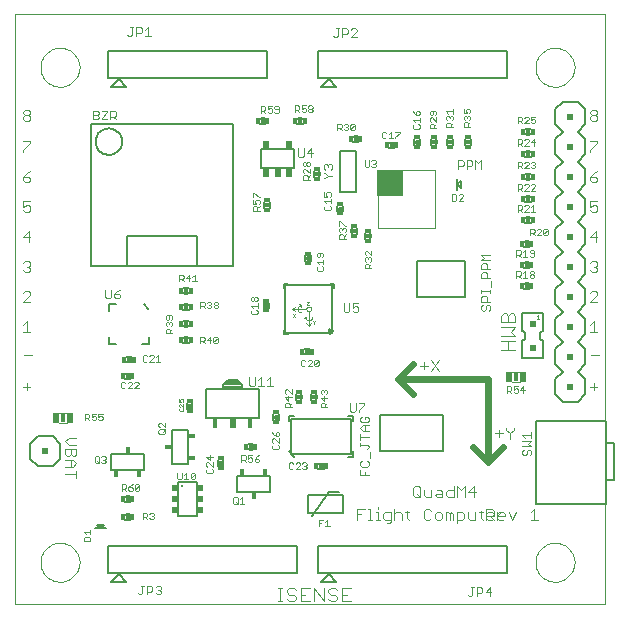
<source format=gto>
G75*
G70*
%OFA0B0*%
%FSLAX24Y24*%
%IPPOS*%
%LPD*%
%AMOC8*
5,1,8,0,0,1.08239X$1,22.5*
%
%ADD10C,0.0000*%
%ADD11C,0.0030*%
%ADD12C,0.0240*%
%ADD13C,0.0060*%
%ADD14R,0.0118X0.0236*%
%ADD15R,0.0160X0.0280*%
%ADD16C,0.0020*%
%ADD17C,0.0080*%
%ADD18R,0.0200X0.0200*%
%ADD19C,0.0050*%
%ADD20R,0.0236X0.0118*%
%ADD21R,0.0280X0.0160*%
%ADD22C,0.0160*%
%ADD23C,0.0118*%
%ADD24C,0.0040*%
%ADD25R,0.0886X0.0886*%
%ADD26R,0.0197X0.0197*%
%ADD27C,0.0010*%
%ADD28C,0.0039*%
%ADD29R,0.0197X0.0374*%
%ADD30R,0.0180X0.0300*%
%ADD31R,0.0180X0.0230*%
%ADD32R,0.0230X0.0180*%
%ADD33C,0.0079*%
%ADD34R,0.0236X0.0197*%
%ADD35C,0.0079*%
%ADD36R,0.0180X0.0330*%
%ADD37R,0.0220X0.0330*%
%ADD38R,0.0197X0.0256*%
D10*
X000550Y002890D02*
X000550Y022560D01*
X020220Y022560D01*
X020220Y002890D01*
X000550Y002890D01*
X001400Y004290D02*
X001402Y004340D01*
X001408Y004390D01*
X001418Y004440D01*
X001431Y004488D01*
X001448Y004536D01*
X001469Y004582D01*
X001493Y004626D01*
X001521Y004668D01*
X001552Y004708D01*
X001586Y004745D01*
X001623Y004780D01*
X001662Y004811D01*
X001703Y004840D01*
X001747Y004865D01*
X001793Y004887D01*
X001840Y004905D01*
X001888Y004919D01*
X001937Y004930D01*
X001987Y004937D01*
X002037Y004940D01*
X002088Y004939D01*
X002138Y004934D01*
X002188Y004925D01*
X002236Y004913D01*
X002284Y004896D01*
X002330Y004876D01*
X002375Y004853D01*
X002418Y004826D01*
X002458Y004796D01*
X002496Y004763D01*
X002531Y004727D01*
X002564Y004688D01*
X002593Y004647D01*
X002619Y004604D01*
X002642Y004559D01*
X002661Y004512D01*
X002676Y004464D01*
X002688Y004415D01*
X002696Y004365D01*
X002700Y004315D01*
X002700Y004265D01*
X002696Y004215D01*
X002688Y004165D01*
X002676Y004116D01*
X002661Y004068D01*
X002642Y004021D01*
X002619Y003976D01*
X002593Y003933D01*
X002564Y003892D01*
X002531Y003853D01*
X002496Y003817D01*
X002458Y003784D01*
X002418Y003754D01*
X002375Y003727D01*
X002330Y003704D01*
X002284Y003684D01*
X002236Y003667D01*
X002188Y003655D01*
X002138Y003646D01*
X002088Y003641D01*
X002037Y003640D01*
X001987Y003643D01*
X001937Y003650D01*
X001888Y003661D01*
X001840Y003675D01*
X001793Y003693D01*
X001747Y003715D01*
X001703Y003740D01*
X001662Y003769D01*
X001623Y003800D01*
X001586Y003835D01*
X001552Y003872D01*
X001521Y003912D01*
X001493Y003954D01*
X001469Y003998D01*
X001448Y004044D01*
X001431Y004092D01*
X001418Y004140D01*
X001408Y004190D01*
X001402Y004240D01*
X001400Y004290D01*
X001400Y020790D02*
X001402Y020840D01*
X001408Y020890D01*
X001418Y020940D01*
X001431Y020988D01*
X001448Y021036D01*
X001469Y021082D01*
X001493Y021126D01*
X001521Y021168D01*
X001552Y021208D01*
X001586Y021245D01*
X001623Y021280D01*
X001662Y021311D01*
X001703Y021340D01*
X001747Y021365D01*
X001793Y021387D01*
X001840Y021405D01*
X001888Y021419D01*
X001937Y021430D01*
X001987Y021437D01*
X002037Y021440D01*
X002088Y021439D01*
X002138Y021434D01*
X002188Y021425D01*
X002236Y021413D01*
X002284Y021396D01*
X002330Y021376D01*
X002375Y021353D01*
X002418Y021326D01*
X002458Y021296D01*
X002496Y021263D01*
X002531Y021227D01*
X002564Y021188D01*
X002593Y021147D01*
X002619Y021104D01*
X002642Y021059D01*
X002661Y021012D01*
X002676Y020964D01*
X002688Y020915D01*
X002696Y020865D01*
X002700Y020815D01*
X002700Y020765D01*
X002696Y020715D01*
X002688Y020665D01*
X002676Y020616D01*
X002661Y020568D01*
X002642Y020521D01*
X002619Y020476D01*
X002593Y020433D01*
X002564Y020392D01*
X002531Y020353D01*
X002496Y020317D01*
X002458Y020284D01*
X002418Y020254D01*
X002375Y020227D01*
X002330Y020204D01*
X002284Y020184D01*
X002236Y020167D01*
X002188Y020155D01*
X002138Y020146D01*
X002088Y020141D01*
X002037Y020140D01*
X001987Y020143D01*
X001937Y020150D01*
X001888Y020161D01*
X001840Y020175D01*
X001793Y020193D01*
X001747Y020215D01*
X001703Y020240D01*
X001662Y020269D01*
X001623Y020300D01*
X001586Y020335D01*
X001552Y020372D01*
X001521Y020412D01*
X001493Y020454D01*
X001469Y020498D01*
X001448Y020544D01*
X001431Y020592D01*
X001418Y020640D01*
X001408Y020690D01*
X001402Y020740D01*
X001400Y020790D01*
X017900Y020790D02*
X017902Y020840D01*
X017908Y020890D01*
X017918Y020940D01*
X017931Y020988D01*
X017948Y021036D01*
X017969Y021082D01*
X017993Y021126D01*
X018021Y021168D01*
X018052Y021208D01*
X018086Y021245D01*
X018123Y021280D01*
X018162Y021311D01*
X018203Y021340D01*
X018247Y021365D01*
X018293Y021387D01*
X018340Y021405D01*
X018388Y021419D01*
X018437Y021430D01*
X018487Y021437D01*
X018537Y021440D01*
X018588Y021439D01*
X018638Y021434D01*
X018688Y021425D01*
X018736Y021413D01*
X018784Y021396D01*
X018830Y021376D01*
X018875Y021353D01*
X018918Y021326D01*
X018958Y021296D01*
X018996Y021263D01*
X019031Y021227D01*
X019064Y021188D01*
X019093Y021147D01*
X019119Y021104D01*
X019142Y021059D01*
X019161Y021012D01*
X019176Y020964D01*
X019188Y020915D01*
X019196Y020865D01*
X019200Y020815D01*
X019200Y020765D01*
X019196Y020715D01*
X019188Y020665D01*
X019176Y020616D01*
X019161Y020568D01*
X019142Y020521D01*
X019119Y020476D01*
X019093Y020433D01*
X019064Y020392D01*
X019031Y020353D01*
X018996Y020317D01*
X018958Y020284D01*
X018918Y020254D01*
X018875Y020227D01*
X018830Y020204D01*
X018784Y020184D01*
X018736Y020167D01*
X018688Y020155D01*
X018638Y020146D01*
X018588Y020141D01*
X018537Y020140D01*
X018487Y020143D01*
X018437Y020150D01*
X018388Y020161D01*
X018340Y020175D01*
X018293Y020193D01*
X018247Y020215D01*
X018203Y020240D01*
X018162Y020269D01*
X018123Y020300D01*
X018086Y020335D01*
X018052Y020372D01*
X018021Y020412D01*
X017993Y020454D01*
X017969Y020498D01*
X017948Y020544D01*
X017931Y020592D01*
X017918Y020640D01*
X017908Y020690D01*
X017902Y020740D01*
X017900Y020790D01*
X017900Y004290D02*
X017902Y004340D01*
X017908Y004390D01*
X017918Y004440D01*
X017931Y004488D01*
X017948Y004536D01*
X017969Y004582D01*
X017993Y004626D01*
X018021Y004668D01*
X018052Y004708D01*
X018086Y004745D01*
X018123Y004780D01*
X018162Y004811D01*
X018203Y004840D01*
X018247Y004865D01*
X018293Y004887D01*
X018340Y004905D01*
X018388Y004919D01*
X018437Y004930D01*
X018487Y004937D01*
X018537Y004940D01*
X018588Y004939D01*
X018638Y004934D01*
X018688Y004925D01*
X018736Y004913D01*
X018784Y004896D01*
X018830Y004876D01*
X018875Y004853D01*
X018918Y004826D01*
X018958Y004796D01*
X018996Y004763D01*
X019031Y004727D01*
X019064Y004688D01*
X019093Y004647D01*
X019119Y004604D01*
X019142Y004559D01*
X019161Y004512D01*
X019176Y004464D01*
X019188Y004415D01*
X019196Y004365D01*
X019200Y004315D01*
X019200Y004265D01*
X019196Y004215D01*
X019188Y004165D01*
X019176Y004116D01*
X019161Y004068D01*
X019142Y004021D01*
X019119Y003976D01*
X019093Y003933D01*
X019064Y003892D01*
X019031Y003853D01*
X018996Y003817D01*
X018958Y003784D01*
X018918Y003754D01*
X018875Y003727D01*
X018830Y003704D01*
X018784Y003684D01*
X018736Y003667D01*
X018688Y003655D01*
X018638Y003646D01*
X018588Y003641D01*
X018537Y003640D01*
X018487Y003643D01*
X018437Y003650D01*
X018388Y003661D01*
X018340Y003675D01*
X018293Y003693D01*
X018247Y003715D01*
X018203Y003740D01*
X018162Y003769D01*
X018123Y003800D01*
X018086Y003835D01*
X018052Y003872D01*
X018021Y003912D01*
X017993Y003954D01*
X017969Y003998D01*
X017948Y004044D01*
X017931Y004092D01*
X017918Y004140D01*
X017908Y004190D01*
X017902Y004240D01*
X017900Y004290D01*
D11*
X016428Y003310D02*
X016234Y003310D01*
X016379Y003455D01*
X016379Y003165D01*
X016133Y003310D02*
X016085Y003262D01*
X015940Y003262D01*
X015940Y003165D02*
X015940Y003455D01*
X016085Y003455D01*
X016133Y003407D01*
X016133Y003310D01*
X015838Y003455D02*
X015742Y003455D01*
X015790Y003455D02*
X015790Y003213D01*
X015742Y003165D01*
X015693Y003165D01*
X015645Y003213D01*
X015280Y005582D02*
X015280Y005952D01*
X015465Y005952D01*
X015527Y005890D01*
X015527Y005767D01*
X015465Y005705D01*
X015280Y005705D01*
X015158Y005705D02*
X015158Y005890D01*
X015097Y005952D01*
X015035Y005890D01*
X015035Y005705D01*
X014912Y005705D02*
X014912Y005952D01*
X014973Y005952D01*
X015035Y005890D01*
X014790Y005890D02*
X014728Y005952D01*
X014605Y005952D01*
X014543Y005890D01*
X014543Y005767D01*
X014605Y005705D01*
X014728Y005705D01*
X014790Y005767D01*
X014790Y005890D01*
X014422Y005767D02*
X014360Y005705D01*
X014237Y005705D01*
X014175Y005767D01*
X014175Y006014D01*
X014237Y006075D01*
X014360Y006075D01*
X014422Y006014D01*
X014430Y006455D02*
X014245Y006455D01*
X014183Y006517D01*
X014183Y006702D01*
X014062Y006764D02*
X014062Y006517D01*
X014000Y006455D01*
X013877Y006455D01*
X013815Y006517D01*
X013815Y006764D01*
X013877Y006825D01*
X014000Y006825D01*
X014062Y006764D01*
X013938Y006578D02*
X014062Y006455D01*
X014430Y006455D02*
X014430Y006702D01*
X014613Y006702D02*
X014737Y006702D01*
X014799Y006640D01*
X014799Y006455D01*
X014613Y006455D01*
X014552Y006517D01*
X014613Y006578D01*
X014799Y006578D01*
X014920Y006517D02*
X014920Y006640D01*
X014982Y006702D01*
X015167Y006702D01*
X015167Y006825D02*
X015167Y006455D01*
X014982Y006455D01*
X014920Y006517D01*
X015288Y006455D02*
X015288Y006825D01*
X015412Y006702D01*
X015535Y006825D01*
X015535Y006455D01*
X015657Y006640D02*
X015903Y006640D01*
X015842Y006455D02*
X015842Y006825D01*
X015657Y006640D01*
X015648Y005952D02*
X015648Y005767D01*
X015710Y005705D01*
X015895Y005705D01*
X015895Y005952D01*
X016016Y005952D02*
X016140Y005952D01*
X016078Y006014D02*
X016078Y005767D01*
X016140Y005705D01*
X016265Y005705D02*
X016265Y006075D01*
X016450Y006075D01*
X016512Y006014D01*
X016512Y005890D01*
X016450Y005828D01*
X016265Y005828D01*
X016262Y005828D02*
X016509Y005828D01*
X016509Y005890D01*
X016447Y005952D01*
X016324Y005952D01*
X016262Y005890D01*
X016262Y005767D01*
X016324Y005705D01*
X016447Y005705D01*
X016512Y005705D02*
X016388Y005828D01*
X016630Y005828D02*
X016754Y005952D01*
X016815Y005952D01*
X016818Y005952D02*
X016880Y005890D01*
X016880Y005828D01*
X016633Y005828D01*
X016633Y005767D02*
X016633Y005890D01*
X016695Y005952D01*
X016818Y005952D01*
X017002Y005952D02*
X017125Y005705D01*
X017249Y005952D01*
X017738Y005952D02*
X017862Y006075D01*
X017862Y005705D01*
X017985Y005705D02*
X017738Y005705D01*
X016818Y005705D02*
X016695Y005705D01*
X016633Y005767D01*
X016630Y005705D02*
X016630Y005952D01*
X017513Y007855D02*
X017562Y007855D01*
X017610Y007903D01*
X017610Y008000D01*
X017658Y008048D01*
X017707Y008048D01*
X017755Y008000D01*
X017755Y007903D01*
X017707Y007855D01*
X017513Y007855D02*
X017465Y007903D01*
X017465Y008000D01*
X017513Y008048D01*
X017465Y008150D02*
X017755Y008150D01*
X017658Y008246D01*
X017755Y008343D01*
X017465Y008343D01*
X017562Y008444D02*
X017465Y008541D01*
X017755Y008541D01*
X017755Y008444D02*
X017755Y008638D01*
X017180Y008714D02*
X017180Y008775D01*
X017180Y008714D02*
X017057Y008590D01*
X017057Y008405D01*
X017057Y008590D02*
X016933Y008714D01*
X016933Y008775D01*
X016812Y008590D02*
X016565Y008590D01*
X016688Y008467D02*
X016688Y008714D01*
X014680Y010655D02*
X014433Y011025D01*
X014312Y010840D02*
X014065Y010840D01*
X014188Y010717D02*
X014188Y010964D01*
X014433Y010655D02*
X014680Y011025D01*
X016143Y012681D02*
X016192Y012681D01*
X016240Y012729D01*
X016240Y012826D01*
X016288Y012874D01*
X016337Y012874D01*
X016385Y012826D01*
X016385Y012729D01*
X016337Y012681D01*
X016143Y012681D02*
X016095Y012729D01*
X016095Y012826D01*
X016143Y012874D01*
X016095Y012975D02*
X016095Y013120D01*
X016143Y013169D01*
X016240Y013169D01*
X016288Y013120D01*
X016288Y012975D01*
X016385Y012975D02*
X016095Y012975D01*
X016095Y013270D02*
X016095Y013367D01*
X016095Y013318D02*
X016385Y013318D01*
X016385Y013270D02*
X016385Y013367D01*
X016433Y013466D02*
X016433Y013660D01*
X016385Y013761D02*
X016095Y013761D01*
X016095Y013906D01*
X016143Y013955D01*
X016240Y013955D01*
X016288Y013906D01*
X016288Y013761D01*
X016288Y014056D02*
X016288Y014201D01*
X016240Y014249D01*
X016143Y014249D01*
X016095Y014201D01*
X016095Y014056D01*
X016385Y014056D01*
X016385Y014350D02*
X016095Y014350D01*
X016192Y014447D01*
X016095Y014544D01*
X016385Y014544D01*
X016091Y017391D02*
X016091Y017682D01*
X015994Y017585D01*
X015897Y017682D01*
X015897Y017391D01*
X015796Y017537D02*
X015748Y017488D01*
X015603Y017488D01*
X015603Y017391D02*
X015603Y017682D01*
X015748Y017682D01*
X015796Y017633D01*
X015796Y017537D01*
X015502Y017537D02*
X015453Y017488D01*
X015308Y017488D01*
X015308Y017391D02*
X015308Y017682D01*
X015453Y017682D01*
X015502Y017633D01*
X015502Y017537D01*
X019715Y017140D02*
X019900Y017140D01*
X019962Y017078D01*
X019962Y017017D01*
X019900Y016955D01*
X019777Y016955D01*
X019715Y017017D01*
X019715Y017140D01*
X019838Y017264D01*
X019962Y017325D01*
X019715Y017955D02*
X019715Y018017D01*
X019962Y018264D01*
X019962Y018325D01*
X019715Y018325D01*
X019777Y019005D02*
X019715Y019067D01*
X019715Y019128D01*
X019777Y019190D01*
X019900Y019190D01*
X019962Y019128D01*
X019962Y019067D01*
X019900Y019005D01*
X019777Y019005D01*
X019777Y019190D02*
X019715Y019252D01*
X019715Y019314D01*
X019777Y019375D01*
X019900Y019375D01*
X019962Y019314D01*
X019962Y019252D01*
X019900Y019190D01*
X019962Y016325D02*
X019715Y016325D01*
X019715Y016140D01*
X019838Y016202D01*
X019900Y016202D01*
X019962Y016140D01*
X019962Y016017D01*
X019900Y015955D01*
X019777Y015955D01*
X019715Y016017D01*
X019900Y015325D02*
X019715Y015140D01*
X019962Y015140D01*
X019900Y014955D02*
X019900Y015325D01*
X019900Y014325D02*
X019962Y014264D01*
X019962Y014202D01*
X019900Y014140D01*
X019962Y014078D01*
X019962Y014017D01*
X019900Y013955D01*
X019777Y013955D01*
X019715Y014017D01*
X019838Y014140D02*
X019900Y014140D01*
X019900Y014325D02*
X019777Y014325D01*
X019715Y014264D01*
X019777Y013325D02*
X019715Y013264D01*
X019777Y013325D02*
X019900Y013325D01*
X019962Y013264D01*
X019962Y013202D01*
X019715Y012955D01*
X019962Y012955D01*
X019838Y012325D02*
X019838Y011955D01*
X019715Y011955D02*
X019962Y011955D01*
X019715Y012202D02*
X019838Y012325D01*
X019765Y011190D02*
X020012Y011190D01*
X019838Y010264D02*
X019838Y010017D01*
X019715Y010140D02*
X019962Y010140D01*
X013684Y005952D02*
X013561Y005952D01*
X013623Y006014D02*
X013623Y005767D01*
X013684Y005705D01*
X013440Y005705D02*
X013440Y005890D01*
X013378Y005952D01*
X013254Y005952D01*
X013193Y005890D01*
X013071Y005952D02*
X013071Y005643D01*
X013010Y005582D01*
X012948Y005582D01*
X012886Y005705D02*
X012824Y005767D01*
X012824Y005890D01*
X012886Y005952D01*
X013071Y005952D01*
X013193Y006075D02*
X013193Y005705D01*
X013071Y005705D02*
X012886Y005705D01*
X012702Y005705D02*
X012579Y005705D01*
X012641Y005705D02*
X012641Y005952D01*
X012579Y005952D01*
X012641Y006075D02*
X012641Y006137D01*
X012395Y006075D02*
X012395Y005705D01*
X012333Y005705D02*
X012457Y005705D01*
X012395Y006075D02*
X012333Y006075D01*
X012212Y006075D02*
X011965Y006075D01*
X011965Y005705D01*
X011965Y005890D02*
X012088Y005890D01*
X012055Y007185D02*
X012055Y007378D01*
X012103Y007480D02*
X012297Y007480D01*
X012345Y007528D01*
X012345Y007625D01*
X012297Y007673D01*
X012393Y007774D02*
X012393Y007968D01*
X012297Y008069D02*
X012345Y008117D01*
X012345Y008166D01*
X012297Y008214D01*
X012055Y008214D01*
X012055Y008166D02*
X012055Y008262D01*
X012055Y008364D02*
X012055Y008557D01*
X012055Y008460D02*
X012345Y008460D01*
X012345Y008658D02*
X012152Y008658D01*
X012055Y008755D01*
X012152Y008852D01*
X012345Y008852D01*
X012297Y008953D02*
X012345Y009001D01*
X012345Y009098D01*
X012297Y009146D01*
X012200Y009146D01*
X012200Y009050D01*
X012103Y009146D02*
X012055Y009098D01*
X012055Y009001D01*
X012103Y008953D01*
X012297Y008953D01*
X012200Y008852D02*
X012200Y008658D01*
X012002Y009306D02*
X012002Y009354D01*
X012196Y009548D01*
X012196Y009596D01*
X012002Y009596D01*
X011901Y009596D02*
X011901Y009354D01*
X011853Y009306D01*
X011756Y009306D01*
X011708Y009354D01*
X011708Y009596D01*
X012103Y007673D02*
X012055Y007625D01*
X012055Y007528D01*
X012103Y007480D01*
X012200Y007282D02*
X012200Y007185D01*
X012345Y007185D02*
X012055Y007185D01*
X009148Y010165D02*
X008954Y010165D01*
X009051Y010165D02*
X009051Y010455D01*
X008954Y010358D01*
X008853Y010165D02*
X008660Y010165D01*
X008756Y010165D02*
X008756Y010455D01*
X008660Y010358D01*
X008558Y010455D02*
X008558Y010213D01*
X008510Y010165D01*
X008413Y010165D01*
X008365Y010213D01*
X008365Y010455D01*
X011505Y012673D02*
X011553Y012625D01*
X011650Y012625D01*
X011698Y012673D01*
X011698Y012915D01*
X011800Y012915D02*
X011800Y012770D01*
X011896Y012818D01*
X011945Y012818D01*
X011993Y012770D01*
X011993Y012673D01*
X011945Y012625D01*
X011848Y012625D01*
X011800Y012673D01*
X011800Y012915D02*
X011993Y012915D01*
X011505Y012915D02*
X011505Y012673D01*
X010883Y017083D02*
X010834Y017083D01*
X010883Y017083D02*
X010979Y017180D01*
X011124Y017180D01*
X010979Y017180D02*
X010883Y017276D01*
X010834Y017276D01*
X010883Y017378D02*
X010834Y017426D01*
X010834Y017523D01*
X010883Y017571D01*
X010931Y017571D01*
X010979Y017523D01*
X011028Y017571D01*
X011076Y017571D01*
X011124Y017523D01*
X011124Y017426D01*
X011076Y017378D01*
X010979Y017474D02*
X010979Y017523D01*
X010473Y017940D02*
X010280Y017940D01*
X010425Y018085D01*
X010425Y017795D01*
X010178Y017843D02*
X010178Y018085D01*
X009985Y018085D02*
X009985Y017843D01*
X010033Y017795D01*
X010130Y017795D01*
X010178Y017843D01*
X011203Y021795D02*
X011252Y021795D01*
X011300Y021843D01*
X011300Y022085D01*
X011252Y022085D02*
X011348Y022085D01*
X011450Y022085D02*
X011595Y022085D01*
X011643Y022037D01*
X011643Y021940D01*
X011595Y021892D01*
X011450Y021892D01*
X011450Y021795D02*
X011450Y022085D01*
X011744Y022037D02*
X011793Y022085D01*
X011889Y022085D01*
X011938Y022037D01*
X011938Y021988D01*
X011744Y021795D01*
X011938Y021795D01*
X011203Y021795D02*
X011155Y021843D01*
X005078Y021825D02*
X004884Y021825D01*
X004981Y021825D02*
X004981Y022115D01*
X004884Y022018D01*
X004783Y021970D02*
X004735Y021922D01*
X004590Y021922D01*
X004590Y021825D02*
X004590Y022115D01*
X004735Y022115D01*
X004783Y022067D01*
X004783Y021970D01*
X004488Y022115D02*
X004392Y022115D01*
X004440Y022115D02*
X004440Y021873D01*
X004392Y021825D01*
X004343Y021825D01*
X004295Y021873D01*
X003875Y019342D02*
X003730Y019342D01*
X003730Y019051D01*
X003730Y019148D02*
X003875Y019148D01*
X003923Y019197D01*
X003923Y019293D01*
X003875Y019342D01*
X003826Y019148D02*
X003923Y019051D01*
X003628Y019051D02*
X003435Y019051D01*
X003435Y019100D01*
X003628Y019293D01*
X003628Y019342D01*
X003435Y019342D01*
X003334Y019293D02*
X003334Y019245D01*
X003285Y019197D01*
X003140Y019197D01*
X003140Y019342D02*
X003140Y019051D01*
X003285Y019051D01*
X003334Y019100D01*
X003334Y019148D01*
X003285Y019197D01*
X003334Y019293D02*
X003285Y019342D01*
X003140Y019342D01*
X001062Y019314D02*
X001062Y019252D01*
X001000Y019190D01*
X000877Y019190D01*
X000815Y019252D01*
X000815Y019314D01*
X000877Y019375D01*
X001000Y019375D01*
X001062Y019314D01*
X001000Y019190D02*
X001062Y019128D01*
X001062Y019067D01*
X001000Y019005D01*
X000877Y019005D01*
X000815Y019067D01*
X000815Y019128D01*
X000877Y019190D01*
X000815Y018325D02*
X001062Y018325D01*
X001062Y018264D01*
X000815Y018017D01*
X000815Y017955D01*
X001062Y017325D02*
X000938Y017264D01*
X000815Y017140D01*
X001000Y017140D01*
X001062Y017078D01*
X001062Y017017D01*
X001000Y016955D01*
X000877Y016955D01*
X000815Y017017D01*
X000815Y017140D01*
X000815Y016325D02*
X000815Y016140D01*
X000938Y016202D01*
X001000Y016202D01*
X001062Y016140D01*
X001062Y016017D01*
X001000Y015955D01*
X000877Y015955D01*
X000815Y016017D01*
X000815Y016325D02*
X001062Y016325D01*
X001000Y015325D02*
X000815Y015140D01*
X001062Y015140D01*
X001000Y014955D02*
X001000Y015325D01*
X001000Y014325D02*
X000877Y014325D01*
X000815Y014264D01*
X000938Y014140D02*
X001000Y014140D01*
X001062Y014078D01*
X001062Y014017D01*
X001000Y013955D01*
X000877Y013955D01*
X000815Y014017D01*
X001000Y014140D02*
X001062Y014202D01*
X001062Y014264D01*
X001000Y014325D01*
X001000Y013325D02*
X000877Y013325D01*
X000815Y013264D01*
X001000Y013325D02*
X001062Y013264D01*
X001062Y013202D01*
X000815Y012955D01*
X001062Y012955D01*
X000938Y012325D02*
X000938Y011955D01*
X000815Y011955D02*
X001062Y011955D01*
X000815Y012202D02*
X000938Y012325D01*
X000865Y011190D02*
X001112Y011190D01*
X000938Y010264D02*
X000938Y010017D01*
X000815Y010140D02*
X001062Y010140D01*
X002348Y008445D02*
X002225Y008322D01*
X002348Y008198D01*
X002595Y008198D01*
X002595Y008077D02*
X002225Y008077D01*
X002225Y007892D01*
X002287Y007830D01*
X002348Y007830D01*
X002410Y007892D01*
X002410Y008077D01*
X002595Y008077D02*
X002595Y007892D01*
X002534Y007830D01*
X002472Y007830D01*
X002410Y007892D01*
X002410Y007708D02*
X002410Y007461D01*
X002472Y007461D02*
X002225Y007461D01*
X002225Y007217D02*
X002595Y007217D01*
X002595Y007340D02*
X002595Y007093D01*
X002472Y007461D02*
X002595Y007585D01*
X002472Y007708D01*
X002225Y007708D01*
X002348Y008445D02*
X002595Y008445D01*
X003613Y013085D02*
X003710Y013085D01*
X003758Y013133D01*
X003758Y013375D01*
X003860Y013230D02*
X004005Y013230D01*
X004053Y013182D01*
X004053Y013133D01*
X004005Y013085D01*
X003908Y013085D01*
X003860Y013133D01*
X003860Y013230D01*
X003956Y013327D01*
X004053Y013375D01*
X003565Y013375D02*
X003565Y013133D01*
X003613Y013085D01*
X004742Y003505D02*
X004838Y003505D01*
X004790Y003505D02*
X004790Y003263D01*
X004742Y003215D01*
X004693Y003215D01*
X004645Y003263D01*
X004940Y003215D02*
X004940Y003505D01*
X005085Y003505D01*
X005133Y003457D01*
X005133Y003360D01*
X005085Y003312D01*
X004940Y003312D01*
X005234Y003263D02*
X005283Y003215D01*
X005379Y003215D01*
X005428Y003263D01*
X005428Y003312D01*
X005379Y003360D01*
X005331Y003360D01*
X005379Y003360D02*
X005428Y003408D01*
X005428Y003457D01*
X005379Y003505D01*
X005283Y003505D01*
X005234Y003457D01*
D12*
X013300Y010390D02*
X013800Y009890D01*
X013300Y010390D02*
X013800Y010890D01*
X013300Y010390D02*
X016300Y010390D01*
X016300Y007640D01*
X016800Y008140D01*
X016300Y007640D02*
X015800Y008140D01*
D13*
X010846Y007578D02*
X010654Y007578D01*
X010654Y007402D02*
X010846Y007402D01*
X009338Y009044D02*
X009338Y009236D01*
X009162Y009236D02*
X009162Y009044D01*
X009912Y009694D02*
X009912Y009886D01*
X010088Y009886D02*
X010088Y009694D01*
X010412Y009694D02*
X010412Y009886D01*
X010588Y009886D02*
X010588Y009694D01*
X010386Y011227D02*
X010194Y011227D01*
X010194Y011403D02*
X010386Y011403D01*
X009018Y012754D02*
X009018Y012946D01*
X008842Y012946D02*
X008842Y012754D01*
X010232Y014324D02*
X010232Y014516D01*
X010408Y014516D02*
X010408Y014324D01*
X011772Y015234D02*
X011772Y015426D01*
X011948Y015426D02*
X011948Y015234D01*
X012212Y015266D02*
X012212Y015074D01*
X012388Y015074D02*
X012388Y015266D01*
X011468Y015984D02*
X011468Y016176D01*
X011292Y016176D02*
X011292Y015984D01*
X010688Y017144D02*
X010688Y017336D01*
X010512Y017336D02*
X010512Y017144D01*
X009851Y017425D02*
X009851Y018055D01*
X008749Y018055D01*
X008749Y017425D01*
X009851Y017425D01*
X009038Y016286D02*
X009038Y016094D01*
X008862Y016094D02*
X008862Y016286D01*
X008896Y018902D02*
X008704Y018902D01*
X008704Y019078D02*
X008896Y019078D01*
X009954Y019078D02*
X010146Y019078D01*
X010146Y018902D02*
X009954Y018902D01*
X011804Y018478D02*
X011996Y018478D01*
X011996Y018302D02*
X011804Y018302D01*
X013004Y018278D02*
X013196Y018278D01*
X013196Y018102D02*
X013004Y018102D01*
X013862Y018194D02*
X013862Y018386D01*
X014038Y018386D02*
X014038Y018194D01*
X014412Y018194D02*
X014412Y018386D01*
X014588Y018386D02*
X014588Y018194D01*
X014962Y018194D02*
X014962Y018386D01*
X015138Y018386D02*
X015138Y018194D01*
X015562Y018194D02*
X015562Y018386D01*
X015738Y018386D02*
X015738Y018194D01*
X017554Y017978D02*
X017746Y017978D01*
X017746Y017802D02*
X017554Y017802D01*
X017554Y017228D02*
X017746Y017228D01*
X017746Y017052D02*
X017554Y017052D01*
X017554Y016478D02*
X017746Y016478D01*
X017746Y016302D02*
X017554Y016302D01*
X017554Y015778D02*
X017746Y015778D01*
X017746Y015602D02*
X017554Y015602D01*
X017504Y014978D02*
X017696Y014978D01*
X017696Y014802D02*
X017504Y014802D01*
X017504Y014278D02*
X017696Y014278D01*
X017696Y014102D02*
X017504Y014102D01*
X017504Y013578D02*
X017696Y013578D01*
X017696Y013402D02*
X017504Y013402D01*
X017554Y018552D02*
X017746Y018552D01*
X017746Y018728D02*
X017554Y018728D01*
X008496Y008228D02*
X008304Y008228D01*
X008304Y008052D02*
X008496Y008052D01*
X007940Y007150D02*
X009060Y007150D01*
X009060Y006630D01*
X007940Y006630D01*
X007940Y007150D01*
X007488Y007494D02*
X007488Y007686D01*
X007312Y007686D02*
X007312Y007494D01*
X006607Y006950D02*
X006607Y005830D01*
X005993Y005830D01*
X005993Y006950D01*
X006607Y006950D01*
X006310Y007580D02*
X005790Y007580D01*
X005790Y008700D01*
X006310Y008700D01*
X006310Y007580D01*
X004860Y007380D02*
X003740Y007380D01*
X003740Y007900D01*
X004860Y007900D01*
X004860Y007380D01*
X004396Y006478D02*
X004204Y006478D01*
X004204Y006302D02*
X004396Y006302D01*
X004396Y005878D02*
X004204Y005878D01*
X004204Y005702D02*
X004396Y005702D01*
X006282Y009394D02*
X006282Y009586D01*
X006458Y009586D02*
X006458Y009394D01*
X004446Y010952D02*
X004254Y010952D01*
X004254Y011128D02*
X004446Y011128D01*
X004396Y010578D02*
X004204Y010578D01*
X004204Y010402D02*
X004396Y010402D01*
X006154Y011602D02*
X006346Y011602D01*
X006346Y011778D02*
X006154Y011778D01*
X006154Y012152D02*
X006346Y012152D01*
X006346Y012328D02*
X006154Y012328D01*
X006154Y012702D02*
X006346Y012702D01*
X006346Y012878D02*
X006154Y012878D01*
X006154Y013252D02*
X006346Y013252D01*
X006346Y013428D02*
X006154Y013428D01*
D14*
X006091Y013338D03*
X006411Y013338D03*
X006411Y012788D03*
X006091Y012788D03*
X006091Y012238D03*
X006411Y012238D03*
X006411Y011688D03*
X006091Y011688D03*
X004509Y011042D03*
X004189Y011042D03*
X004141Y010488D03*
X004461Y010488D03*
X008239Y008142D03*
X008559Y008142D03*
X010591Y007488D03*
X010911Y007488D03*
X010451Y011313D03*
X010131Y011313D03*
X004461Y006388D03*
X004141Y006388D03*
X004139Y005792D03*
X004459Y005792D03*
X012941Y018188D03*
X013261Y018188D03*
X012061Y018388D03*
X011741Y018388D03*
X010211Y018988D03*
X009891Y018988D03*
X008961Y018988D03*
X008641Y018988D03*
X017491Y018638D03*
X017811Y018638D03*
X017811Y017888D03*
X017491Y017888D03*
X017491Y017138D03*
X017811Y017138D03*
X017811Y016388D03*
X017491Y016388D03*
X017491Y015688D03*
X017811Y015688D03*
X017761Y014888D03*
X017441Y014888D03*
X017441Y014188D03*
X017761Y014188D03*
X017761Y013488D03*
X017441Y013488D03*
D15*
X017600Y013490D03*
X017600Y014190D03*
X017600Y014890D03*
X017650Y015690D03*
X017650Y016390D03*
X017650Y017140D03*
X017650Y017890D03*
X017650Y018640D03*
X011900Y018390D03*
X010050Y018990D03*
X008800Y018990D03*
X006250Y013340D03*
X006250Y012790D03*
X006250Y012240D03*
X006250Y011690D03*
X008400Y008140D03*
X004300Y006390D03*
X004300Y005790D03*
D16*
X004810Y005798D02*
X004920Y005798D01*
X004957Y005835D01*
X004957Y005908D01*
X004920Y005945D01*
X004810Y005945D01*
X004810Y005725D01*
X004883Y005798D02*
X004957Y005725D01*
X005031Y005762D02*
X005068Y005725D01*
X005141Y005725D01*
X005178Y005762D01*
X005178Y005798D01*
X005141Y005835D01*
X005104Y005835D01*
X005141Y005835D02*
X005178Y005872D01*
X005178Y005908D01*
X005141Y005945D01*
X005068Y005945D01*
X005031Y005908D01*
X004662Y006675D02*
X004589Y006675D01*
X004552Y006712D01*
X004699Y006858D01*
X004699Y006712D01*
X004662Y006675D01*
X004552Y006712D02*
X004552Y006858D01*
X004589Y006895D01*
X004662Y006895D01*
X004699Y006858D01*
X004478Y006895D02*
X004404Y006858D01*
X004331Y006785D01*
X004441Y006785D01*
X004478Y006748D01*
X004478Y006712D01*
X004441Y006675D01*
X004368Y006675D01*
X004331Y006712D01*
X004331Y006785D01*
X004257Y006785D02*
X004220Y006748D01*
X004110Y006748D01*
X004110Y006675D02*
X004110Y006895D01*
X004220Y006895D01*
X004257Y006858D01*
X004257Y006785D01*
X004183Y006748D02*
X004257Y006675D01*
X003531Y007600D02*
X003458Y007600D01*
X003421Y007637D01*
X003347Y007637D02*
X003310Y007600D01*
X003237Y007600D01*
X003200Y007637D01*
X003200Y007783D01*
X003237Y007820D01*
X003310Y007820D01*
X003347Y007783D01*
X003347Y007637D01*
X003347Y007600D02*
X003273Y007673D01*
X003421Y007783D02*
X003458Y007820D01*
X003531Y007820D01*
X003568Y007783D01*
X003568Y007747D01*
X003531Y007710D01*
X003568Y007673D01*
X003568Y007637D01*
X003531Y007600D01*
X003531Y007710D02*
X003494Y007710D01*
X003432Y009020D02*
X003359Y009020D01*
X003322Y009057D01*
X003322Y009130D02*
X003395Y009167D01*
X003432Y009167D01*
X003469Y009130D01*
X003469Y009057D01*
X003432Y009020D01*
X003322Y009130D02*
X003322Y009240D01*
X003469Y009240D01*
X003248Y009240D02*
X003101Y009240D01*
X003101Y009130D01*
X003174Y009167D01*
X003211Y009167D01*
X003248Y009130D01*
X003248Y009057D01*
X003211Y009020D01*
X003138Y009020D01*
X003101Y009057D01*
X003027Y009020D02*
X002953Y009093D01*
X002990Y009093D02*
X002880Y009093D01*
X002880Y009020D02*
X002880Y009240D01*
X002990Y009240D01*
X003027Y009203D01*
X003027Y009130D01*
X002990Y009093D01*
X004080Y010122D02*
X004080Y010268D01*
X004117Y010305D01*
X004190Y010305D01*
X004227Y010268D01*
X004301Y010268D02*
X004338Y010305D01*
X004411Y010305D01*
X004448Y010268D01*
X004448Y010232D01*
X004301Y010085D01*
X004448Y010085D01*
X004522Y010085D02*
X004669Y010232D01*
X004669Y010268D01*
X004632Y010305D01*
X004559Y010305D01*
X004522Y010268D01*
X004522Y010085D02*
X004669Y010085D01*
X004227Y010122D02*
X004190Y010085D01*
X004117Y010085D01*
X004080Y010122D01*
X004847Y010975D02*
X004920Y010975D01*
X004957Y011012D01*
X005031Y010975D02*
X005178Y011122D01*
X005178Y011158D01*
X005141Y011195D01*
X005068Y011195D01*
X005031Y011158D01*
X004957Y011158D02*
X004920Y011195D01*
X004847Y011195D01*
X004810Y011158D01*
X004810Y011012D01*
X004847Y010975D01*
X005031Y010975D02*
X005178Y010975D01*
X005252Y010975D02*
X005399Y010975D01*
X005325Y010975D02*
X005325Y011195D01*
X005252Y011122D01*
X005575Y011930D02*
X005575Y012040D01*
X005612Y012077D01*
X005685Y012077D01*
X005722Y012040D01*
X005722Y011930D01*
X005795Y011930D02*
X005575Y011930D01*
X005722Y012003D02*
X005795Y012077D01*
X005758Y012151D02*
X005795Y012188D01*
X005795Y012261D01*
X005758Y012298D01*
X005722Y012298D01*
X005685Y012261D01*
X005685Y012224D01*
X005685Y012261D02*
X005648Y012298D01*
X005612Y012298D01*
X005575Y012261D01*
X005575Y012188D01*
X005612Y012151D01*
X005612Y012372D02*
X005648Y012372D01*
X005685Y012409D01*
X005685Y012519D01*
X005758Y012519D02*
X005612Y012519D01*
X005575Y012482D01*
X005575Y012409D01*
X005612Y012372D01*
X005758Y012372D02*
X005795Y012409D01*
X005795Y012482D01*
X005758Y012519D01*
X006730Y012755D02*
X006730Y012975D01*
X006840Y012975D01*
X006877Y012938D01*
X006877Y012865D01*
X006840Y012828D01*
X006730Y012828D01*
X006803Y012828D02*
X006877Y012755D01*
X006951Y012792D02*
X006988Y012755D01*
X007061Y012755D01*
X007098Y012792D01*
X007098Y012828D01*
X007061Y012865D01*
X007024Y012865D01*
X007061Y012865D02*
X007098Y012902D01*
X007098Y012938D01*
X007061Y012975D01*
X006988Y012975D01*
X006951Y012938D01*
X007172Y012938D02*
X007172Y012902D01*
X007209Y012865D01*
X007282Y012865D01*
X007319Y012828D01*
X007319Y012792D01*
X007282Y012755D01*
X007209Y012755D01*
X007172Y012792D01*
X007172Y012828D01*
X007209Y012865D01*
X007282Y012865D02*
X007319Y012902D01*
X007319Y012938D01*
X007282Y012975D01*
X007209Y012975D01*
X007172Y012938D01*
X006609Y013655D02*
X006462Y013655D01*
X006535Y013655D02*
X006535Y013875D01*
X006462Y013802D01*
X006388Y013765D02*
X006241Y013765D01*
X006351Y013875D01*
X006351Y013655D01*
X006167Y013655D02*
X006093Y013728D01*
X006130Y013728D02*
X006020Y013728D01*
X006020Y013655D02*
X006020Y013875D01*
X006130Y013875D01*
X006167Y013838D01*
X006167Y013765D01*
X006130Y013728D01*
X006720Y011805D02*
X006830Y011805D01*
X006867Y011768D01*
X006867Y011695D01*
X006830Y011658D01*
X006720Y011658D01*
X006720Y011585D02*
X006720Y011805D01*
X006793Y011658D02*
X006867Y011585D01*
X006941Y011695D02*
X007051Y011805D01*
X007051Y011585D01*
X007088Y011695D02*
X006941Y011695D01*
X007162Y011622D02*
X007309Y011768D01*
X007309Y011622D01*
X007272Y011585D01*
X007199Y011585D01*
X007162Y011622D01*
X007162Y011768D01*
X007199Y011805D01*
X007272Y011805D01*
X007309Y011768D01*
X008415Y012587D02*
X008452Y012550D01*
X008598Y012550D01*
X008635Y012587D01*
X008635Y012660D01*
X008598Y012697D01*
X008635Y012771D02*
X008635Y012918D01*
X008635Y012844D02*
X008415Y012844D01*
X008488Y012771D01*
X008452Y012697D02*
X008415Y012660D01*
X008415Y012587D01*
X008452Y012992D02*
X008415Y013029D01*
X008415Y013102D01*
X008452Y013139D01*
X008488Y013139D01*
X008525Y013102D01*
X008525Y013029D01*
X008488Y012992D01*
X008452Y012992D01*
X008525Y013029D02*
X008562Y012992D01*
X008598Y012992D01*
X008635Y013029D01*
X008635Y013102D01*
X008598Y013139D01*
X008562Y013139D01*
X008525Y013102D01*
X010605Y014044D02*
X010642Y014007D01*
X010788Y014007D01*
X010825Y014044D01*
X010825Y014117D01*
X010788Y014154D01*
X010825Y014228D02*
X010825Y014375D01*
X010825Y014301D02*
X010605Y014301D01*
X010678Y014228D01*
X010642Y014154D02*
X010605Y014117D01*
X010605Y014044D01*
X010642Y014449D02*
X010678Y014449D01*
X010715Y014486D01*
X010715Y014596D01*
X010788Y014596D02*
X010642Y014596D01*
X010605Y014559D01*
X010605Y014486D01*
X010642Y014449D01*
X010788Y014449D02*
X010825Y014486D01*
X010825Y014559D01*
X010788Y014596D01*
X011355Y015070D02*
X011355Y015180D01*
X011392Y015217D01*
X011465Y015217D01*
X011502Y015180D01*
X011502Y015070D01*
X011575Y015070D02*
X011355Y015070D01*
X011502Y015143D02*
X011575Y015217D01*
X011538Y015291D02*
X011575Y015328D01*
X011575Y015401D01*
X011538Y015438D01*
X011502Y015438D01*
X011465Y015401D01*
X011465Y015364D01*
X011465Y015401D02*
X011428Y015438D01*
X011392Y015438D01*
X011355Y015401D01*
X011355Y015328D01*
X011392Y015291D01*
X011355Y015512D02*
X011355Y015659D01*
X011392Y015659D01*
X011538Y015512D01*
X011575Y015512D01*
X011038Y016030D02*
X011075Y016067D01*
X011075Y016140D01*
X011038Y016177D01*
X011075Y016251D02*
X011075Y016398D01*
X011075Y016324D02*
X010855Y016324D01*
X010928Y016251D01*
X010892Y016177D02*
X010855Y016140D01*
X010855Y016067D01*
X010892Y016030D01*
X011038Y016030D01*
X011038Y016472D02*
X011075Y016509D01*
X011075Y016582D01*
X011038Y016619D01*
X010965Y016619D01*
X010928Y016582D01*
X010928Y016545D01*
X010965Y016472D01*
X010855Y016472D01*
X010855Y016619D01*
X010375Y017040D02*
X010155Y017040D01*
X010155Y017150D01*
X010192Y017187D01*
X010265Y017187D01*
X010302Y017150D01*
X010302Y017040D01*
X010302Y017113D02*
X010375Y017187D01*
X010375Y017261D02*
X010228Y017408D01*
X010192Y017408D01*
X010155Y017371D01*
X010155Y017298D01*
X010192Y017261D01*
X010375Y017261D02*
X010375Y017408D01*
X010338Y017482D02*
X010302Y017482D01*
X010265Y017519D01*
X010265Y017592D01*
X010302Y017629D01*
X010338Y017629D01*
X010375Y017592D01*
X010375Y017519D01*
X010338Y017482D01*
X010265Y017519D02*
X010228Y017482D01*
X010192Y017482D01*
X010155Y017519D01*
X010155Y017592D01*
X010192Y017629D01*
X010228Y017629D01*
X010265Y017592D01*
X011290Y018685D02*
X011290Y018905D01*
X011400Y018905D01*
X011437Y018868D01*
X011437Y018795D01*
X011400Y018758D01*
X011290Y018758D01*
X011363Y018758D02*
X011437Y018685D01*
X011511Y018722D02*
X011548Y018685D01*
X011621Y018685D01*
X011658Y018722D01*
X011658Y018758D01*
X011621Y018795D01*
X011584Y018795D01*
X011621Y018795D02*
X011658Y018832D01*
X011658Y018868D01*
X011621Y018905D01*
X011548Y018905D01*
X011511Y018868D01*
X011732Y018868D02*
X011732Y018722D01*
X011879Y018868D01*
X011879Y018722D01*
X011842Y018685D01*
X011769Y018685D01*
X011732Y018722D01*
X011732Y018868D02*
X011769Y018905D01*
X011842Y018905D01*
X011879Y018868D01*
X012780Y018608D02*
X012780Y018462D01*
X012817Y018425D01*
X012890Y018425D01*
X012927Y018462D01*
X013001Y018425D02*
X013148Y018425D01*
X013074Y018425D02*
X013074Y018645D01*
X013001Y018572D01*
X012927Y018608D02*
X012890Y018645D01*
X012817Y018645D01*
X012780Y018608D01*
X013222Y018645D02*
X013369Y018645D01*
X013369Y018608D01*
X013222Y018462D01*
X013222Y018425D01*
X013815Y018777D02*
X013852Y018740D01*
X013998Y018740D01*
X014035Y018777D01*
X014035Y018850D01*
X013998Y018887D01*
X014035Y018961D02*
X014035Y019108D01*
X014035Y019034D02*
X013815Y019034D01*
X013888Y018961D01*
X013852Y018887D02*
X013815Y018850D01*
X013815Y018777D01*
X013925Y019182D02*
X013925Y019292D01*
X013962Y019329D01*
X013998Y019329D01*
X014035Y019292D01*
X014035Y019219D01*
X013998Y019182D01*
X013925Y019182D01*
X013852Y019255D01*
X013815Y019329D01*
X014375Y019302D02*
X014375Y019229D01*
X014412Y019192D01*
X014448Y019192D01*
X014485Y019229D01*
X014485Y019339D01*
X014558Y019339D02*
X014412Y019339D01*
X014375Y019302D01*
X014558Y019339D02*
X014595Y019302D01*
X014595Y019229D01*
X014558Y019192D01*
X014595Y019118D02*
X014595Y018971D01*
X014448Y019118D01*
X014412Y019118D01*
X014375Y019081D01*
X014375Y019008D01*
X014412Y018971D01*
X014412Y018897D02*
X014485Y018897D01*
X014522Y018860D01*
X014522Y018750D01*
X014595Y018750D02*
X014375Y018750D01*
X014375Y018860D01*
X014412Y018897D01*
X014522Y018823D02*
X014595Y018897D01*
X014925Y018910D02*
X014925Y018800D01*
X015145Y018800D01*
X015072Y018800D02*
X015072Y018910D01*
X015035Y018947D01*
X014962Y018947D01*
X014925Y018910D01*
X014962Y019021D02*
X014925Y019058D01*
X014925Y019131D01*
X014962Y019168D01*
X014998Y019168D01*
X015035Y019131D01*
X015072Y019168D01*
X015108Y019168D01*
X015145Y019131D01*
X015145Y019058D01*
X015108Y019021D01*
X015145Y018947D02*
X015072Y018873D01*
X015035Y019094D02*
X015035Y019131D01*
X014998Y019242D02*
X014925Y019315D01*
X015145Y019315D01*
X015145Y019242D02*
X015145Y019389D01*
X015505Y019399D02*
X015505Y019252D01*
X015615Y019252D01*
X015578Y019325D01*
X015578Y019362D01*
X015615Y019399D01*
X015688Y019399D01*
X015725Y019362D01*
X015725Y019289D01*
X015688Y019252D01*
X015688Y019178D02*
X015725Y019141D01*
X015725Y019068D01*
X015688Y019031D01*
X015725Y018957D02*
X015652Y018883D01*
X015652Y018920D02*
X015652Y018810D01*
X015725Y018810D02*
X015505Y018810D01*
X015505Y018920D01*
X015542Y018957D01*
X015615Y018957D01*
X015652Y018920D01*
X015542Y019031D02*
X015505Y019068D01*
X015505Y019141D01*
X015542Y019178D01*
X015578Y019178D01*
X015615Y019141D01*
X015652Y019178D01*
X015688Y019178D01*
X015615Y019141D02*
X015615Y019104D01*
X017310Y019145D02*
X017310Y018925D01*
X017310Y018998D02*
X017420Y018998D01*
X017457Y019035D01*
X017457Y019108D01*
X017420Y019145D01*
X017310Y019145D01*
X017383Y018998D02*
X017457Y018925D01*
X017531Y018925D02*
X017678Y019072D01*
X017678Y019108D01*
X017641Y019145D01*
X017568Y019145D01*
X017531Y019108D01*
X017531Y018925D02*
X017678Y018925D01*
X017752Y018962D02*
X017789Y018925D01*
X017862Y018925D01*
X017899Y018962D01*
X017899Y019035D01*
X017862Y019072D01*
X017825Y019072D01*
X017752Y019035D01*
X017752Y019145D01*
X017899Y019145D01*
X017862Y018395D02*
X017752Y018285D01*
X017899Y018285D01*
X017862Y018175D02*
X017862Y018395D01*
X017678Y018358D02*
X017678Y018322D01*
X017531Y018175D01*
X017678Y018175D01*
X017678Y018358D02*
X017641Y018395D01*
X017568Y018395D01*
X017531Y018358D01*
X017457Y018358D02*
X017457Y018285D01*
X017420Y018248D01*
X017310Y018248D01*
X017310Y018175D02*
X017310Y018395D01*
X017420Y018395D01*
X017457Y018358D01*
X017383Y018248D02*
X017457Y018175D01*
X017420Y017645D02*
X017457Y017608D01*
X017457Y017535D01*
X017420Y017498D01*
X017310Y017498D01*
X017310Y017425D02*
X017310Y017645D01*
X017420Y017645D01*
X017531Y017608D02*
X017568Y017645D01*
X017641Y017645D01*
X017678Y017608D01*
X017678Y017572D01*
X017531Y017425D01*
X017678Y017425D01*
X017752Y017462D02*
X017789Y017425D01*
X017862Y017425D01*
X017899Y017462D01*
X017899Y017498D01*
X017862Y017535D01*
X017825Y017535D01*
X017862Y017535D02*
X017899Y017572D01*
X017899Y017608D01*
X017862Y017645D01*
X017789Y017645D01*
X017752Y017608D01*
X017457Y017425D02*
X017383Y017498D01*
X017420Y016895D02*
X017457Y016858D01*
X017457Y016785D01*
X017420Y016748D01*
X017310Y016748D01*
X017310Y016675D02*
X017310Y016895D01*
X017420Y016895D01*
X017531Y016858D02*
X017568Y016895D01*
X017641Y016895D01*
X017678Y016858D01*
X017678Y016822D01*
X017531Y016675D01*
X017678Y016675D01*
X017752Y016675D02*
X017899Y016822D01*
X017899Y016858D01*
X017862Y016895D01*
X017789Y016895D01*
X017752Y016858D01*
X017752Y016675D02*
X017899Y016675D01*
X017457Y016675D02*
X017383Y016748D01*
X017420Y016195D02*
X017457Y016158D01*
X017457Y016085D01*
X017420Y016048D01*
X017310Y016048D01*
X017310Y015975D02*
X017310Y016195D01*
X017420Y016195D01*
X017531Y016158D02*
X017568Y016195D01*
X017641Y016195D01*
X017678Y016158D01*
X017678Y016122D01*
X017531Y015975D01*
X017678Y015975D01*
X017752Y015975D02*
X017899Y015975D01*
X017825Y015975D02*
X017825Y016195D01*
X017752Y016122D01*
X017457Y015975D02*
X017383Y016048D01*
X017720Y015405D02*
X017830Y015405D01*
X017867Y015368D01*
X017867Y015295D01*
X017830Y015258D01*
X017720Y015258D01*
X017720Y015185D02*
X017720Y015405D01*
X017793Y015258D02*
X017867Y015185D01*
X017941Y015185D02*
X018088Y015332D01*
X018088Y015368D01*
X018051Y015405D01*
X017978Y015405D01*
X017941Y015368D01*
X017941Y015185D02*
X018088Y015185D01*
X018162Y015222D02*
X018309Y015368D01*
X018309Y015222D01*
X018272Y015185D01*
X018199Y015185D01*
X018162Y015222D01*
X018162Y015368D01*
X018199Y015405D01*
X018272Y015405D01*
X018309Y015368D01*
X017812Y014695D02*
X017739Y014695D01*
X017702Y014658D01*
X017702Y014622D01*
X017739Y014585D01*
X017849Y014585D01*
X017849Y014512D02*
X017849Y014658D01*
X017812Y014695D01*
X017849Y014512D02*
X017812Y014475D01*
X017739Y014475D01*
X017702Y014512D01*
X017628Y014475D02*
X017481Y014475D01*
X017554Y014475D02*
X017554Y014695D01*
X017481Y014622D01*
X017407Y014658D02*
X017407Y014585D01*
X017370Y014548D01*
X017260Y014548D01*
X017260Y014475D02*
X017260Y014695D01*
X017370Y014695D01*
X017407Y014658D01*
X017333Y014548D02*
X017407Y014475D01*
X017370Y013995D02*
X017260Y013995D01*
X017260Y013775D01*
X017260Y013848D02*
X017370Y013848D01*
X017407Y013885D01*
X017407Y013958D01*
X017370Y013995D01*
X017481Y013922D02*
X017554Y013995D01*
X017554Y013775D01*
X017481Y013775D02*
X017628Y013775D01*
X017702Y013812D02*
X017702Y013848D01*
X017739Y013885D01*
X017812Y013885D01*
X017849Y013848D01*
X017849Y013812D01*
X017812Y013775D01*
X017739Y013775D01*
X017702Y013812D01*
X017739Y013885D02*
X017702Y013922D01*
X017702Y013958D01*
X017739Y013995D01*
X017812Y013995D01*
X017849Y013958D01*
X017849Y013922D01*
X017812Y013885D01*
X017407Y013775D02*
X017333Y013848D01*
X015486Y016335D02*
X015339Y016335D01*
X015486Y016482D01*
X015486Y016518D01*
X015449Y016555D01*
X015376Y016555D01*
X015339Y016518D01*
X015265Y016518D02*
X015228Y016555D01*
X015118Y016555D01*
X015118Y016335D01*
X015228Y016335D01*
X015265Y016372D01*
X015265Y016518D01*
X012572Y017506D02*
X012535Y017470D01*
X012462Y017470D01*
X012425Y017506D01*
X012351Y017506D02*
X012351Y017690D01*
X012425Y017653D02*
X012462Y017690D01*
X012535Y017690D01*
X012572Y017653D01*
X012572Y017616D01*
X012535Y017580D01*
X012572Y017543D01*
X012572Y017506D01*
X012535Y017580D02*
X012498Y017580D01*
X012351Y017506D02*
X012314Y017470D01*
X012241Y017470D01*
X012204Y017506D01*
X012204Y017690D01*
X010469Y019332D02*
X010432Y019295D01*
X010359Y019295D01*
X010322Y019332D01*
X010322Y019368D01*
X010359Y019405D01*
X010432Y019405D01*
X010469Y019368D01*
X010469Y019332D01*
X010432Y019405D02*
X010469Y019442D01*
X010469Y019478D01*
X010432Y019515D01*
X010359Y019515D01*
X010322Y019478D01*
X010322Y019442D01*
X010359Y019405D01*
X010248Y019405D02*
X010248Y019332D01*
X010211Y019295D01*
X010138Y019295D01*
X010101Y019332D01*
X010101Y019405D02*
X010174Y019442D01*
X010211Y019442D01*
X010248Y019405D01*
X010248Y019515D02*
X010101Y019515D01*
X010101Y019405D01*
X010027Y019405D02*
X009990Y019368D01*
X009880Y019368D01*
X009880Y019295D02*
X009880Y019515D01*
X009990Y019515D01*
X010027Y019478D01*
X010027Y019405D01*
X009953Y019368D02*
X010027Y019295D01*
X009339Y019312D02*
X009339Y019458D01*
X009302Y019495D01*
X009229Y019495D01*
X009192Y019458D01*
X009192Y019422D01*
X009229Y019385D01*
X009339Y019385D01*
X009339Y019312D02*
X009302Y019275D01*
X009229Y019275D01*
X009192Y019312D01*
X009118Y019312D02*
X009081Y019275D01*
X009008Y019275D01*
X008971Y019312D01*
X008971Y019385D02*
X009044Y019422D01*
X009081Y019422D01*
X009118Y019385D01*
X009118Y019312D01*
X008971Y019385D02*
X008971Y019495D01*
X009118Y019495D01*
X008897Y019458D02*
X008897Y019385D01*
X008860Y019348D01*
X008750Y019348D01*
X008750Y019275D02*
X008750Y019495D01*
X008860Y019495D01*
X008897Y019458D01*
X008823Y019348D02*
X008897Y019275D01*
X008522Y016599D02*
X008668Y016452D01*
X008705Y016452D01*
X008668Y016378D02*
X008705Y016341D01*
X008705Y016268D01*
X008668Y016231D01*
X008595Y016231D02*
X008558Y016304D01*
X008558Y016341D01*
X008595Y016378D01*
X008668Y016378D01*
X008595Y016231D02*
X008485Y016231D01*
X008485Y016378D01*
X008485Y016452D02*
X008485Y016599D01*
X008522Y016599D01*
X008522Y016157D02*
X008595Y016157D01*
X008632Y016120D01*
X008632Y016010D01*
X008705Y016010D02*
X008485Y016010D01*
X008485Y016120D01*
X008522Y016157D01*
X008632Y016083D02*
X008705Y016157D01*
X012205Y014642D02*
X012205Y014569D01*
X012242Y014532D01*
X012242Y014458D02*
X012278Y014458D01*
X012315Y014421D01*
X012352Y014458D01*
X012388Y014458D01*
X012425Y014421D01*
X012425Y014348D01*
X012388Y014311D01*
X012425Y014237D02*
X012352Y014163D01*
X012352Y014200D02*
X012352Y014090D01*
X012425Y014090D02*
X012205Y014090D01*
X012205Y014200D01*
X012242Y014237D01*
X012315Y014237D01*
X012352Y014200D01*
X012242Y014311D02*
X012205Y014348D01*
X012205Y014421D01*
X012242Y014458D01*
X012315Y014421D02*
X012315Y014384D01*
X012425Y014532D02*
X012278Y014679D01*
X012242Y014679D01*
X012205Y014642D01*
X012425Y014679D02*
X012425Y014532D01*
X010632Y011040D02*
X010669Y011003D01*
X010522Y010857D01*
X010559Y010820D01*
X010632Y010820D01*
X010669Y010857D01*
X010669Y011003D01*
X010632Y011040D02*
X010559Y011040D01*
X010522Y011003D01*
X010522Y010857D01*
X010448Y010820D02*
X010301Y010820D01*
X010448Y010967D01*
X010448Y011003D01*
X010411Y011040D01*
X010338Y011040D01*
X010301Y011003D01*
X010227Y011003D02*
X010190Y011040D01*
X010117Y011040D01*
X010080Y011003D01*
X010080Y010857D01*
X010117Y010820D01*
X010190Y010820D01*
X010227Y010857D01*
X009775Y010049D02*
X009775Y009902D01*
X009628Y010049D01*
X009592Y010049D01*
X009555Y010012D01*
X009555Y009939D01*
X009592Y009902D01*
X009665Y009828D02*
X009665Y009681D01*
X009555Y009791D01*
X009775Y009791D01*
X009775Y009607D02*
X009702Y009533D01*
X009702Y009570D02*
X009702Y009460D01*
X009775Y009460D02*
X009555Y009460D01*
X009555Y009570D01*
X009592Y009607D01*
X009665Y009607D01*
X009702Y009570D01*
X009308Y008639D02*
X009272Y008639D01*
X009235Y008602D01*
X009235Y008492D01*
X009308Y008492D01*
X009345Y008529D01*
X009345Y008602D01*
X009308Y008639D01*
X009162Y008565D02*
X009125Y008639D01*
X009162Y008565D02*
X009235Y008492D01*
X009198Y008418D02*
X009162Y008418D01*
X009125Y008381D01*
X009125Y008308D01*
X009162Y008271D01*
X009162Y008197D02*
X009125Y008160D01*
X009125Y008087D01*
X009162Y008050D01*
X009308Y008050D01*
X009345Y008087D01*
X009345Y008160D01*
X009308Y008197D01*
X009345Y008271D02*
X009198Y008418D01*
X009345Y008418D02*
X009345Y008271D01*
X009717Y007615D02*
X009680Y007578D01*
X009680Y007432D01*
X009717Y007395D01*
X009790Y007395D01*
X009827Y007432D01*
X009901Y007395D02*
X010048Y007542D01*
X010048Y007578D01*
X010011Y007615D01*
X009938Y007615D01*
X009901Y007578D01*
X009827Y007578D02*
X009790Y007615D01*
X009717Y007615D01*
X009901Y007395D02*
X010048Y007395D01*
X010122Y007432D02*
X010159Y007395D01*
X010232Y007395D01*
X010269Y007432D01*
X010269Y007468D01*
X010232Y007505D01*
X010195Y007505D01*
X010232Y007505D02*
X010269Y007542D01*
X010269Y007578D01*
X010232Y007615D01*
X010159Y007615D01*
X010122Y007578D01*
X008686Y007672D02*
X008686Y007708D01*
X008649Y007745D01*
X008539Y007745D01*
X008539Y007672D01*
X008576Y007635D01*
X008649Y007635D01*
X008686Y007672D01*
X008612Y007818D02*
X008539Y007745D01*
X008465Y007745D02*
X008465Y007672D01*
X008428Y007635D01*
X008355Y007635D01*
X008318Y007672D01*
X008318Y007745D02*
X008391Y007782D01*
X008428Y007782D01*
X008465Y007745D01*
X008465Y007855D02*
X008318Y007855D01*
X008318Y007745D01*
X008244Y007745D02*
X008207Y007708D01*
X008097Y007708D01*
X008097Y007635D02*
X008097Y007855D01*
X008207Y007855D01*
X008244Y007818D01*
X008244Y007745D01*
X008170Y007708D02*
X008244Y007635D01*
X008612Y007818D02*
X008686Y007855D01*
X008122Y006460D02*
X008122Y006240D01*
X008049Y006240D02*
X008196Y006240D01*
X008049Y006387D02*
X008122Y006460D01*
X007975Y006423D02*
X007975Y006277D01*
X007938Y006240D01*
X007865Y006240D01*
X007828Y006277D01*
X007828Y006423D01*
X007865Y006460D01*
X007938Y006460D01*
X007975Y006423D01*
X007901Y006313D02*
X007975Y006240D01*
X007108Y007260D02*
X006962Y007260D01*
X006925Y007297D01*
X006925Y007370D01*
X006962Y007407D01*
X006962Y007481D02*
X006925Y007518D01*
X006925Y007591D01*
X006962Y007628D01*
X006998Y007628D01*
X007145Y007481D01*
X007145Y007628D01*
X007035Y007702D02*
X007035Y007849D01*
X007145Y007812D02*
X006925Y007812D01*
X007035Y007702D01*
X007108Y007407D02*
X007145Y007370D01*
X007145Y007297D01*
X007108Y007260D01*
X006549Y007244D02*
X006402Y007097D01*
X006439Y007060D01*
X006512Y007060D01*
X006549Y007097D01*
X006549Y007244D01*
X006512Y007280D01*
X006439Y007280D01*
X006402Y007244D01*
X006402Y007097D01*
X006328Y007060D02*
X006181Y007060D01*
X006254Y007060D02*
X006254Y007280D01*
X006181Y007207D01*
X006107Y007280D02*
X006107Y007097D01*
X006070Y007060D01*
X005997Y007060D01*
X005960Y007097D01*
X005960Y007280D01*
X005513Y008570D02*
X005550Y008607D01*
X005550Y008680D01*
X005513Y008717D01*
X005367Y008717D01*
X005330Y008680D01*
X005330Y008607D01*
X005367Y008570D01*
X005513Y008570D01*
X005477Y008643D02*
X005550Y008717D01*
X005550Y008791D02*
X005403Y008938D01*
X005367Y008938D01*
X005330Y008901D01*
X005330Y008828D01*
X005367Y008791D01*
X005550Y008791D02*
X005550Y008938D01*
X003065Y005368D02*
X003065Y005221D01*
X003065Y005294D02*
X002845Y005294D01*
X002918Y005221D01*
X002882Y005147D02*
X002845Y005110D01*
X002845Y005000D01*
X003065Y005000D01*
X003065Y005110D01*
X003028Y005147D01*
X002882Y005147D01*
X010670Y005490D02*
X010670Y005710D01*
X010817Y005710D01*
X010891Y005637D02*
X010964Y005710D01*
X010964Y005490D01*
X010891Y005490D02*
X011038Y005490D01*
X010743Y005600D02*
X010670Y005600D01*
X010735Y009450D02*
X010735Y009560D01*
X010772Y009597D01*
X010845Y009597D01*
X010882Y009560D01*
X010882Y009450D01*
X010955Y009450D02*
X010735Y009450D01*
X010882Y009523D02*
X010955Y009597D01*
X010845Y009671D02*
X010845Y009818D01*
X010918Y009892D02*
X010955Y009929D01*
X010955Y010002D01*
X010918Y010039D01*
X010882Y010039D01*
X010845Y010002D01*
X010845Y009965D01*
X010845Y010002D02*
X010808Y010039D01*
X010772Y010039D01*
X010735Y010002D01*
X010735Y009929D01*
X010772Y009892D01*
X010735Y009781D02*
X010845Y009671D01*
X010955Y009781D02*
X010735Y009781D01*
X016947Y009935D02*
X016947Y010155D01*
X017057Y010155D01*
X017094Y010118D01*
X017094Y010045D01*
X017057Y010008D01*
X016947Y010008D01*
X017020Y010008D02*
X017094Y009935D01*
X017168Y009972D02*
X017205Y009935D01*
X017278Y009935D01*
X017315Y009972D01*
X017315Y010045D01*
X017278Y010082D01*
X017241Y010082D01*
X017168Y010045D01*
X017168Y010155D01*
X017315Y010155D01*
X017389Y010045D02*
X017536Y010045D01*
X017499Y009935D02*
X017499Y010155D01*
X017389Y010045D01*
D17*
X017465Y011092D02*
X018135Y011092D01*
X018135Y011683D01*
X018134Y011683D02*
X018113Y011695D01*
X018094Y011710D01*
X018076Y011727D01*
X018062Y011747D01*
X018050Y011769D01*
X018042Y011792D01*
X018037Y011816D01*
X018035Y011840D01*
X018037Y011864D01*
X018042Y011888D01*
X018050Y011911D01*
X018062Y011933D01*
X018076Y011953D01*
X018094Y011970D01*
X018113Y011985D01*
X018134Y011997D01*
X018135Y011997D02*
X018135Y012588D01*
X017465Y012588D01*
X017465Y011997D01*
X017466Y011997D02*
X017487Y011985D01*
X017506Y011970D01*
X017524Y011953D01*
X017538Y011933D01*
X017550Y011911D01*
X017558Y011888D01*
X017563Y011864D01*
X017565Y011840D01*
X017563Y011816D01*
X017558Y011792D01*
X017550Y011769D01*
X017538Y011747D01*
X017524Y011727D01*
X017506Y011710D01*
X017487Y011695D01*
X017466Y011683D01*
X017465Y011683D02*
X017465Y011092D01*
X018550Y010890D02*
X018550Y011390D01*
X018800Y011640D01*
X018550Y011890D01*
X018550Y012390D01*
X018800Y012640D01*
X018550Y012890D01*
X018550Y013390D01*
X018800Y013640D01*
X018550Y013890D01*
X018550Y014390D01*
X018800Y014640D01*
X018550Y014890D01*
X018550Y015390D01*
X018800Y015640D01*
X018550Y015890D01*
X018550Y016390D01*
X018800Y016640D01*
X018550Y016890D01*
X018550Y017390D01*
X018800Y017640D01*
X018550Y017890D01*
X018550Y018390D01*
X018800Y018640D01*
X018550Y018890D01*
X018550Y019390D01*
X018800Y019640D01*
X019300Y019640D01*
X019550Y019390D01*
X019550Y018890D01*
X019300Y018640D01*
X019550Y018390D01*
X019550Y017890D01*
X019300Y017640D01*
X019550Y017390D01*
X019550Y016890D01*
X019300Y016640D01*
X019550Y016390D01*
X019550Y015890D01*
X019300Y015640D01*
X019550Y015390D01*
X019550Y014890D01*
X019300Y014640D01*
X019550Y014390D01*
X019550Y013890D01*
X019300Y013640D01*
X019550Y013390D01*
X019550Y012890D01*
X019300Y012640D01*
X019550Y012390D01*
X019550Y011890D01*
X019300Y011640D01*
X019550Y011390D01*
X019550Y010890D01*
X019300Y010640D01*
X019550Y010390D01*
X019550Y009890D01*
X019300Y009640D01*
X018800Y009640D01*
X018550Y009890D01*
X018550Y010390D01*
X018800Y010640D01*
X018550Y010890D01*
X015405Y016764D02*
X015405Y017012D01*
X015283Y016890D01*
X015283Y016709D01*
X015405Y016764D02*
X015279Y016890D01*
X015283Y016890D02*
X015283Y017071D01*
X009860Y017571D02*
X009860Y017909D01*
X009406Y018059D02*
X009194Y018059D01*
X008740Y017909D02*
X008740Y017571D01*
X004846Y012884D02*
X004994Y012744D01*
X005019Y011807D02*
X005019Y011571D01*
X004783Y011571D01*
X003917Y011571D02*
X003681Y011571D01*
X003681Y011807D01*
X003681Y012673D02*
X003681Y012909D01*
X003917Y012909D01*
X001800Y008490D02*
X001300Y008490D01*
X001050Y008240D01*
X001050Y007740D01*
X001300Y007490D01*
X001800Y007490D01*
X002050Y007740D01*
X002050Y008240D01*
X001800Y008490D01*
X003278Y005545D02*
X003526Y005545D01*
X003400Y005419D01*
X003400Y005423D02*
X003278Y005545D01*
X003219Y005423D02*
X003400Y005423D01*
X003581Y005423D01*
X009667Y007998D02*
X009864Y007801D01*
X009667Y008982D02*
X009667Y009179D01*
X009864Y009179D01*
X011636Y009179D02*
X011833Y009179D01*
X011833Y008982D01*
X011833Y007998D02*
X011833Y007801D01*
X011636Y007801D01*
X011150Y006540D02*
X010650Y006540D01*
X010650Y005940D02*
X011150Y005940D01*
D18*
X019050Y010140D03*
X019050Y011140D03*
X019050Y012140D03*
X019050Y013140D03*
X019050Y014140D03*
X019050Y015140D03*
X019050Y016140D03*
X019050Y017140D03*
X019050Y018140D03*
X019050Y019140D03*
X001550Y007990D03*
D19*
X003650Y004840D02*
X009950Y004840D01*
X009950Y003940D01*
X003650Y003940D01*
X003650Y004840D01*
X004000Y003890D02*
X004250Y003640D01*
X004200Y003640D01*
X003750Y003640D01*
X004000Y003890D01*
X006920Y009100D02*
X006920Y010070D01*
X008680Y010070D01*
X008680Y009100D01*
X006920Y009100D01*
X009516Y011906D02*
X009516Y012024D01*
X009555Y011945D02*
X009555Y013520D01*
X011130Y013520D01*
X011130Y011945D01*
X009555Y011945D01*
X009516Y011906D02*
X009634Y011906D01*
X011018Y012032D02*
X011020Y012042D01*
X011025Y012050D01*
X011033Y012055D01*
X011043Y012057D01*
X011053Y012055D01*
X011061Y012050D01*
X011066Y012042D01*
X011068Y012032D01*
X011066Y012022D01*
X011061Y012014D01*
X011053Y012009D01*
X011043Y012007D01*
X011033Y012009D01*
X011025Y012014D01*
X011020Y012022D01*
X011018Y012032D01*
X011051Y011906D02*
X011169Y012024D01*
X011169Y013441D02*
X011169Y013559D01*
X011051Y013559D01*
X009634Y013559D02*
X009516Y013559D01*
X009516Y013441D01*
X007812Y014178D02*
X006631Y014178D01*
X006631Y015162D01*
X004269Y015162D01*
X004269Y014178D01*
X003088Y014178D01*
X003088Y018902D01*
X007812Y018902D01*
X007812Y014178D01*
X006631Y014178D02*
X004269Y014178D01*
X003238Y018312D02*
X003240Y018354D01*
X003246Y018395D01*
X003256Y018436D01*
X003270Y018476D01*
X003287Y018514D01*
X003308Y018550D01*
X003332Y018584D01*
X003360Y018616D01*
X003390Y018645D01*
X003423Y018670D01*
X003458Y018693D01*
X003495Y018712D01*
X003534Y018728D01*
X003574Y018740D01*
X003615Y018748D01*
X003657Y018752D01*
X003699Y018752D01*
X003741Y018748D01*
X003782Y018740D01*
X003822Y018728D01*
X003861Y018712D01*
X003898Y018693D01*
X003933Y018670D01*
X003966Y018645D01*
X003996Y018616D01*
X004024Y018584D01*
X004048Y018550D01*
X004069Y018514D01*
X004086Y018476D01*
X004100Y018436D01*
X004110Y018395D01*
X004116Y018354D01*
X004118Y018312D01*
X004116Y018270D01*
X004110Y018229D01*
X004100Y018188D01*
X004086Y018148D01*
X004069Y018110D01*
X004048Y018074D01*
X004024Y018040D01*
X003996Y018008D01*
X003966Y017979D01*
X003933Y017954D01*
X003898Y017931D01*
X003861Y017912D01*
X003822Y017896D01*
X003782Y017884D01*
X003741Y017876D01*
X003699Y017872D01*
X003657Y017872D01*
X003615Y017876D01*
X003574Y017884D01*
X003534Y017896D01*
X003495Y017912D01*
X003458Y017931D01*
X003423Y017954D01*
X003390Y017979D01*
X003360Y018008D01*
X003332Y018040D01*
X003308Y018074D01*
X003287Y018110D01*
X003270Y018148D01*
X003256Y018188D01*
X003246Y018229D01*
X003240Y018270D01*
X003238Y018312D01*
X003750Y020140D02*
X004200Y020140D01*
X004250Y020140D01*
X004000Y020390D01*
X003750Y020140D01*
X003650Y020440D02*
X008950Y020440D01*
X008950Y021340D01*
X003650Y021340D01*
X003650Y020440D01*
X010650Y020440D02*
X016950Y020440D01*
X016950Y021340D01*
X010650Y021340D01*
X010650Y020440D01*
X010750Y020140D02*
X011200Y020140D01*
X011250Y020140D01*
X011000Y020390D01*
X010750Y020140D01*
X011394Y018009D02*
X011906Y018009D01*
X011906Y016631D01*
X011394Y016631D01*
X011394Y018009D01*
X013950Y014340D02*
X015550Y014340D01*
X015550Y013140D01*
X013950Y013140D01*
X013950Y014340D01*
X014800Y009190D02*
X012700Y009190D01*
X012700Y007990D01*
X014800Y007990D01*
X014800Y009190D01*
X011734Y009081D02*
X011734Y007899D01*
X009766Y007899D01*
X009766Y009081D01*
X011734Y009081D01*
X011350Y006640D02*
X011000Y006640D01*
X010450Y005840D01*
X010309Y005945D02*
X010309Y006535D01*
X011491Y006535D01*
X011491Y005945D01*
X010309Y005945D01*
X010650Y004840D02*
X016950Y004840D01*
X016950Y003940D01*
X010650Y003940D01*
X010650Y004840D01*
X011000Y003890D02*
X011250Y003640D01*
X011200Y003640D01*
X010750Y003640D01*
X011000Y003890D01*
X017922Y006246D02*
X020245Y006246D01*
X020245Y007034D01*
X020520Y007034D01*
X020520Y008254D01*
X020245Y008254D01*
X020245Y007034D01*
X020245Y008254D02*
X020245Y009002D01*
X017922Y009002D01*
X017922Y006246D01*
D20*
X010502Y009631D03*
X010502Y009951D03*
X010002Y009951D03*
X010002Y009631D03*
X009252Y009301D03*
X009252Y008981D03*
X007402Y007751D03*
X007402Y007431D03*
X006372Y009331D03*
X006372Y009651D03*
X008928Y012689D03*
X008928Y013009D03*
X010322Y014261D03*
X010322Y014581D03*
X011382Y015921D03*
X011382Y016241D03*
X011862Y015491D03*
X011862Y015171D03*
X012302Y015331D03*
X012302Y015011D03*
X010602Y017081D03*
X010602Y017401D03*
X008948Y016349D03*
X008948Y016029D03*
X013952Y018131D03*
X013952Y018451D03*
X014502Y018451D03*
X014502Y018131D03*
X015048Y018129D03*
X015048Y018449D03*
X015648Y018449D03*
X015648Y018129D03*
D21*
X015650Y018290D03*
X015050Y018290D03*
X014500Y018290D03*
X011860Y015330D03*
X012300Y015170D03*
X010600Y017240D03*
X008950Y016190D03*
X010000Y009790D03*
X010500Y009790D03*
D22*
X009262Y009140D02*
X009238Y009140D01*
X010750Y007502D02*
X010750Y007478D01*
X007412Y007590D02*
X007388Y007590D01*
X006382Y009490D02*
X006358Y009490D01*
X004300Y010478D02*
X004300Y010502D01*
X004350Y011028D02*
X004350Y011052D01*
X008918Y012850D02*
X008942Y012850D01*
X010290Y011327D02*
X010290Y011303D01*
X010308Y014420D02*
X010332Y014420D01*
X011368Y016080D02*
X011392Y016080D01*
X013100Y018178D02*
X013100Y018202D01*
X013938Y018290D02*
X013962Y018290D01*
D23*
X012744Y017246D03*
D24*
X012793Y017355D02*
X012635Y017355D01*
X012635Y017197D01*
X012635Y017355D02*
X012635Y015425D01*
X012635Y015583D01*
X012635Y015425D02*
X012793Y015425D01*
X012635Y015425D02*
X014565Y015425D01*
X014407Y015425D01*
X014565Y015425D02*
X014565Y015583D01*
X014565Y015425D02*
X014565Y017355D01*
X014565Y017197D01*
X014565Y017355D02*
X014407Y017355D01*
X014565Y017355D02*
X012635Y017355D01*
X016836Y012591D02*
X016913Y012591D01*
X016990Y012514D01*
X016990Y012284D01*
X016990Y012514D02*
X017067Y012591D01*
X017143Y012591D01*
X017220Y012514D01*
X017220Y012284D01*
X016760Y012284D01*
X016760Y012514D01*
X016836Y012591D01*
X016760Y012130D02*
X017220Y012130D01*
X017067Y011977D01*
X017220Y011823D01*
X016760Y011823D01*
X016760Y011670D02*
X017220Y011670D01*
X016990Y011670D02*
X016990Y011363D01*
X017220Y011363D02*
X016760Y011363D01*
X017110Y010630D02*
X017390Y010630D01*
X017390Y010295D02*
X017110Y010295D01*
X011758Y003444D02*
X011451Y003444D01*
X011451Y002983D01*
X011758Y002983D01*
X011604Y003213D02*
X011451Y003213D01*
X011297Y003137D02*
X011297Y003060D01*
X011221Y002983D01*
X011067Y002983D01*
X010990Y003060D01*
X010837Y002983D02*
X010837Y003444D01*
X010990Y003367D02*
X010990Y003290D01*
X011067Y003213D01*
X011221Y003213D01*
X011297Y003137D01*
X011297Y003367D02*
X011221Y003444D01*
X011067Y003444D01*
X010990Y003367D01*
X010837Y002983D02*
X010530Y003444D01*
X010530Y002983D01*
X010377Y002983D02*
X010070Y002983D01*
X010070Y003444D01*
X010377Y003444D01*
X010223Y003213D02*
X010070Y003213D01*
X009916Y003137D02*
X009916Y003060D01*
X009839Y002983D01*
X009686Y002983D01*
X009609Y003060D01*
X009456Y002983D02*
X009302Y002983D01*
X009379Y002983D02*
X009379Y003444D01*
X009302Y003444D02*
X009456Y003444D01*
X009609Y003367D02*
X009609Y003290D01*
X009686Y003213D01*
X009839Y003213D01*
X009916Y003137D01*
X009916Y003367D02*
X009839Y003444D01*
X009686Y003444D01*
X009609Y003367D01*
X002290Y008925D02*
X002010Y008925D01*
X002010Y009260D02*
X002290Y009260D01*
D25*
X013059Y016931D03*
D26*
X017800Y012234D03*
X017800Y011446D03*
D27*
X017950Y012414D02*
X018024Y012414D01*
X017987Y012414D02*
X017987Y012524D01*
X017950Y012487D01*
X010552Y012319D02*
X010552Y012334D01*
X010552Y012319D02*
X010522Y012289D01*
X010522Y012244D01*
X010522Y012289D02*
X010492Y012319D01*
X010492Y012334D01*
X010355Y012874D02*
X010295Y012874D01*
X010295Y012889D01*
X010355Y012949D01*
X010355Y012964D01*
X010295Y012964D01*
X009882Y012570D02*
X009822Y012480D01*
X009882Y012480D02*
X009822Y012570D01*
X006160Y009695D02*
X006160Y009645D01*
X006135Y009620D01*
X006085Y009620D02*
X006060Y009670D01*
X006060Y009695D01*
X006085Y009720D01*
X006135Y009720D01*
X006160Y009695D01*
X006085Y009620D02*
X006010Y009620D01*
X006010Y009720D01*
X006035Y009572D02*
X006010Y009547D01*
X006010Y009497D01*
X006035Y009472D01*
X006035Y009425D02*
X006010Y009400D01*
X006010Y009350D01*
X006035Y009325D01*
X006135Y009325D01*
X006160Y009350D01*
X006160Y009400D01*
X006135Y009425D01*
X006160Y009472D02*
X006060Y009572D01*
X006035Y009572D01*
X006160Y009572D02*
X006160Y009472D01*
D28*
X009791Y012733D02*
X009870Y012654D01*
X009791Y012733D02*
X009870Y012811D01*
X009791Y012733D02*
X010264Y012733D01*
X010266Y012751D01*
X010272Y012767D01*
X010281Y012782D01*
X010294Y012795D01*
X010309Y012804D01*
X010325Y012810D01*
X010343Y012812D01*
X010361Y012810D01*
X010377Y012804D01*
X010392Y012795D01*
X010405Y012782D01*
X010414Y012767D01*
X010420Y012751D01*
X010422Y012733D01*
X010420Y012715D01*
X010414Y012699D01*
X010405Y012684D01*
X010392Y012671D01*
X010377Y012662D01*
X010361Y012656D01*
X010343Y012654D01*
X010325Y012656D01*
X010309Y012662D01*
X010294Y012671D01*
X010281Y012684D01*
X010272Y012699D01*
X010266Y012715D01*
X010264Y012733D01*
X010343Y012654D02*
X010343Y012181D01*
X010264Y012260D01*
X010343Y012181D02*
X010421Y012260D01*
X010461Y012457D02*
X010456Y012437D01*
X010447Y012418D01*
X010435Y012400D01*
X010421Y012385D01*
X010403Y012373D01*
X010384Y012364D01*
X010364Y012359D01*
X010343Y012357D01*
X010322Y012359D01*
X010302Y012364D01*
X010283Y012373D01*
X010265Y012385D01*
X010251Y012400D01*
X010239Y012418D01*
X010230Y012437D01*
X010225Y012457D01*
X010224Y012457D02*
X010264Y012457D01*
X010224Y012457D02*
X010185Y012418D01*
X010067Y012615D02*
X010047Y012620D01*
X010028Y012629D01*
X010010Y012641D01*
X009995Y012655D01*
X009983Y012673D01*
X009974Y012692D01*
X009969Y012712D01*
X009967Y012733D01*
X009969Y012754D01*
X009974Y012774D01*
X009983Y012793D01*
X009995Y012811D01*
X010010Y012825D01*
X010028Y012837D01*
X010047Y012846D01*
X010067Y012851D01*
X010067Y012811D01*
X010067Y012851D02*
X010028Y012890D01*
D29*
X017022Y010463D03*
X017482Y010463D03*
X002378Y009092D03*
X001918Y009092D03*
D30*
X002150Y009090D03*
X017250Y010465D03*
D31*
X008870Y007285D03*
X008130Y007285D03*
X008500Y006495D03*
X004670Y007245D03*
X003930Y007245D03*
X004300Y008035D03*
D32*
X005655Y008140D03*
X006445Y007770D03*
X006445Y008510D03*
D33*
X006103Y006843D03*
D34*
X005867Y006764D03*
X005867Y006390D03*
X005867Y006016D03*
X006733Y006016D03*
X006733Y006390D03*
X006733Y006764D03*
D35*
X007490Y010100D02*
X007490Y010110D01*
X007490Y010210D01*
X007660Y010380D01*
X007940Y010380D01*
X008110Y010210D01*
X008110Y010100D01*
X007490Y010100D01*
X007490Y010210D01*
X007660Y010380D01*
X007940Y010380D01*
X008110Y010210D01*
X008110Y010100D01*
X007490Y010100D01*
X007490Y010143D02*
X008110Y010143D01*
X008100Y010220D02*
X007500Y010220D01*
X007578Y010298D02*
X008022Y010298D01*
X007945Y010375D02*
X007655Y010375D01*
D36*
X007210Y008925D03*
X008390Y008925D03*
D37*
X007800Y008925D03*
D38*
X008926Y017277D03*
X009300Y017277D03*
X009674Y017277D03*
X009674Y018203D03*
X008926Y018203D03*
M02*

</source>
